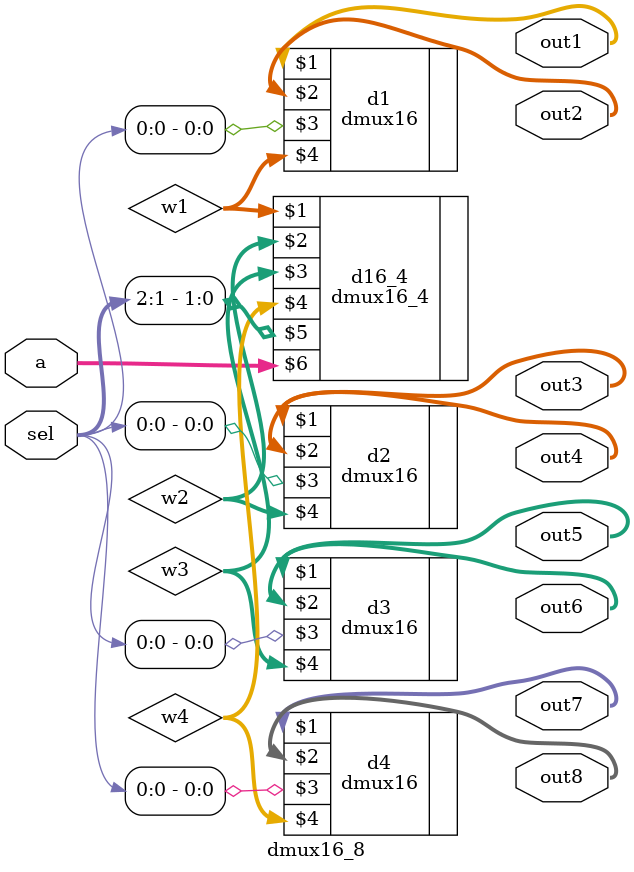
<source format=v>
`timescale 1ns / 1ps

module dmux16_8(out1, out2, out3, out4, out5, out6, out7, out8, sel, a);
input [2:0] sel;
input [15:0] a;
output [15:0] out1, out2, out3, out4, out5, out6, out7, out8;
wire [15:0] w1, w2, w3, w4;
dmux16_4 d16_4(w1, w2, w3, w4, sel[2:1], a);
dmux16 d1(out1, out2, sel[0], w1);
dmux16 d2(out3, out4, sel[0], w2);
dmux16 d3(out5, out6, sel[0], w3);
dmux16 d4(out7, out8, sel[0], w4);
endmodule
</source>
